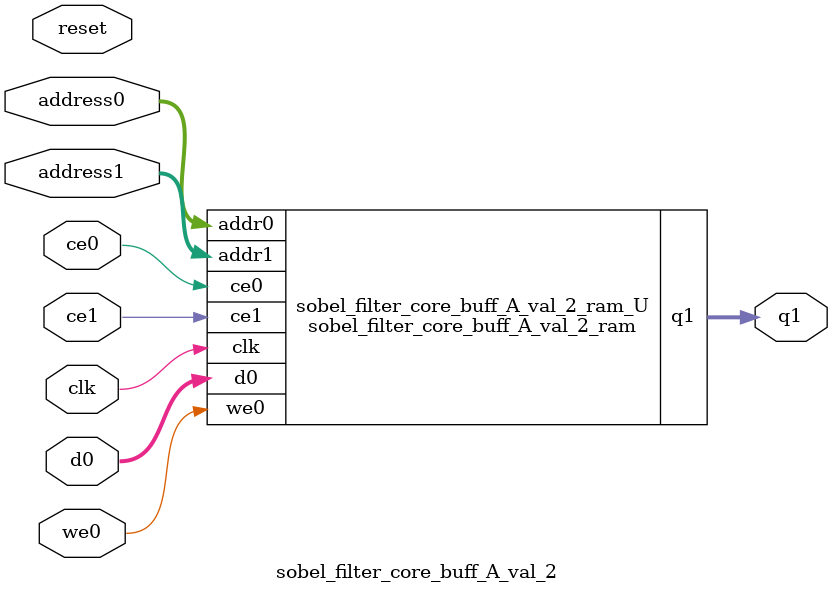
<source format=v>

`timescale 1 ns / 1 ps
module sobel_filter_core_buff_A_val_2_ram (addr0, ce0, d0, we0, addr1, ce1, q1,  clk);

parameter DWIDTH = 8;
parameter AWIDTH = 11;
parameter MEM_SIZE = 1920;

input[AWIDTH-1:0] addr0;
input ce0;
input[DWIDTH-1:0] d0;
input we0;
input[AWIDTH-1:0] addr1;
input ce1;
output reg[DWIDTH-1:0] q1;
input clk;

(* ram_style = "block" *)reg [DWIDTH-1:0] ram[MEM_SIZE-1:0];




always @(posedge clk)  
begin 
    if (ce0) 
    begin
        if (we0) 
        begin 
            ram[addr0] <= d0; 
        end 
    end
end


always @(posedge clk)  
begin 
    if (ce1) 
    begin
            q1 <= ram[addr1];
    end
end


endmodule


`timescale 1 ns / 1 ps
module sobel_filter_core_buff_A_val_2(
    reset,
    clk,
    address0,
    ce0,
    we0,
    d0,
    address1,
    ce1,
    q1);

parameter DataWidth = 32'd8;
parameter AddressRange = 32'd1920;
parameter AddressWidth = 32'd11;
input reset;
input clk;
input[AddressWidth - 1:0] address0;
input ce0;
input we0;
input[DataWidth - 1:0] d0;
input[AddressWidth - 1:0] address1;
input ce1;
output[DataWidth - 1:0] q1;




sobel_filter_core_buff_A_val_2_ram sobel_filter_core_buff_A_val_2_ram_U(
    .clk( clk ),
    .addr0( address0 ),
    .ce0( ce0 ),
    .d0( d0 ),
    .we0( we0 ),
    .addr1( address1 ),
    .ce1( ce1 ),
    .q1( q1 ));

endmodule


</source>
